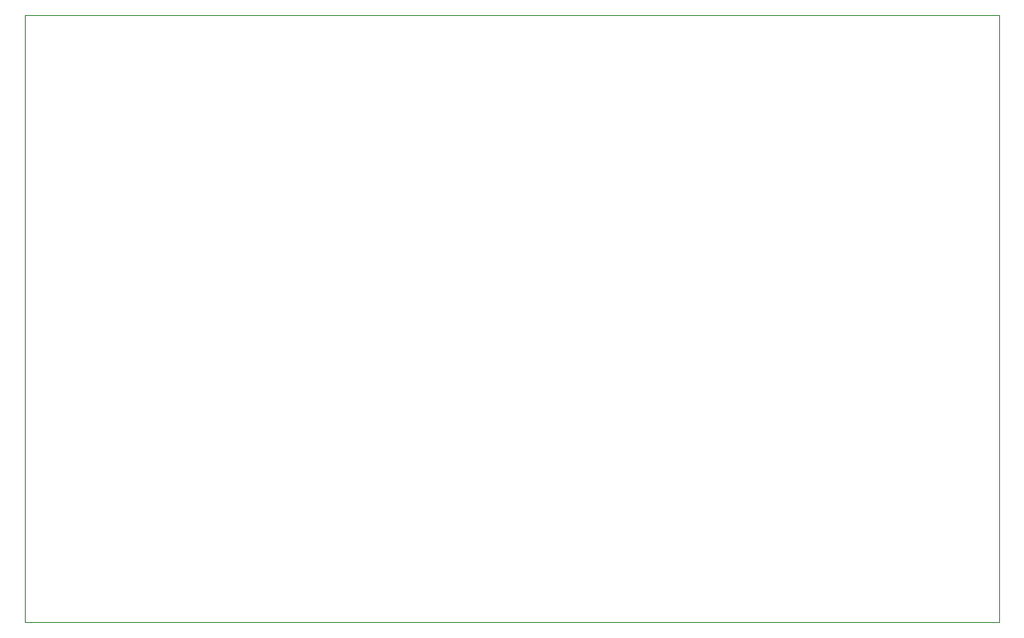
<source format=gm1>
%TF.GenerationSoftware,KiCad,Pcbnew,7.0.9*%
%TF.CreationDate,2024-02-01T15:21:57-05:00*%
%TF.ProjectId,power_filter,706f7765-725f-4666-996c-7465722e6b69,rev?*%
%TF.SameCoordinates,Original*%
%TF.FileFunction,Profile,NP*%
%FSLAX46Y46*%
G04 Gerber Fmt 4.6, Leading zero omitted, Abs format (unit mm)*
G04 Created by KiCad (PCBNEW 7.0.9) date 2024-02-01 15:21:57*
%MOMM*%
%LPD*%
G01*
G04 APERTURE LIST*
%TA.AperFunction,Profile*%
%ADD10C,0.100000*%
%TD*%
G04 APERTURE END LIST*
D10*
X192024000Y-73152000D02*
X99060000Y-73152000D01*
X99060000Y-131064000D02*
X192024000Y-131064000D01*
X99060000Y-73152000D02*
X99060000Y-131064000D01*
X192024000Y-131064000D02*
X192024000Y-73152000D01*
M02*

</source>
